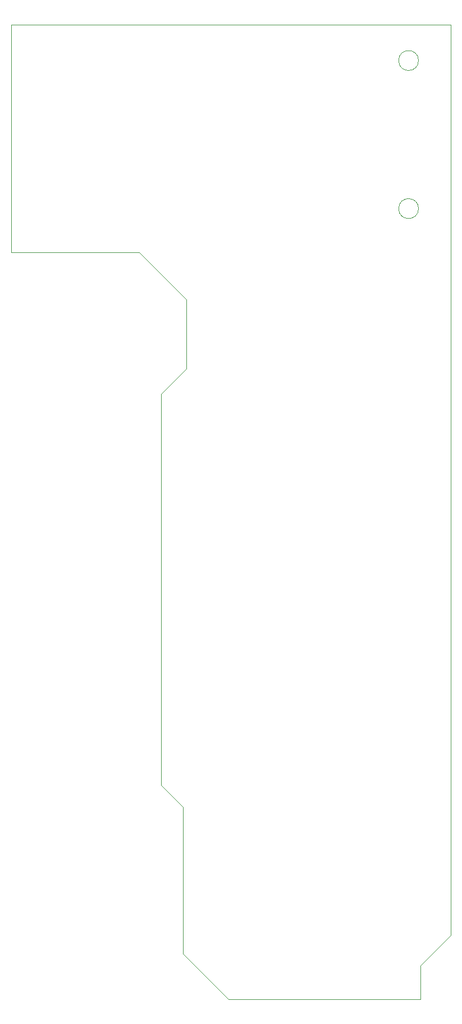
<source format=gbr>
%TF.GenerationSoftware,KiCad,Pcbnew,(7.99.0-200-gad838e3d73)*%
%TF.CreationDate,2024-03-07T11:34:09+07:00*%
%TF.ProjectId,WMS_PCB1,574d535f-5043-4423-912e-6b696361645f,rev?*%
%TF.SameCoordinates,Original*%
%TF.FileFunction,Profile,NP*%
%FSLAX46Y46*%
G04 Gerber Fmt 4.6, Leading zero omitted, Abs format (unit mm)*
G04 Created by KiCad (PCBNEW (7.99.0-200-gad838e3d73)) date 2024-03-07 11:34:09*
%MOMM*%
%LPD*%
G01*
G04 APERTURE LIST*
%TA.AperFunction,Profile*%
%ADD10C,0.100000*%
%TD*%
%TA.AperFunction,Profile*%
%ADD11C,0.050000*%
%TD*%
G04 APERTURE END LIST*
D10*
X38100000Y-145796000D02*
X38100000Y-86868000D01*
X15494000Y-31242000D02*
X16764000Y-31242000D01*
X81788000Y-168402000D02*
X77216000Y-172974000D01*
X38100000Y-86868000D02*
X41910000Y-83058000D01*
X15494000Y-65532000D02*
X15494000Y-31242000D01*
X62738000Y-178054000D02*
X75692000Y-178054000D01*
X81788000Y-31242000D02*
X81788000Y-168402000D01*
X41910000Y-72644000D02*
X34798000Y-65532000D01*
X41910000Y-83058000D02*
X41910000Y-72644000D01*
X75692000Y-178054000D02*
X77216000Y-178054000D01*
X41402000Y-149098000D02*
X38100000Y-145796000D01*
X16764000Y-31242000D02*
X81788000Y-31242000D01*
X48260000Y-178054000D02*
X62738000Y-178054000D01*
X77216000Y-172974000D02*
X77216000Y-178054000D01*
X34798000Y-65532000D02*
X15494000Y-65532000D01*
X48260000Y-178054000D02*
X41402000Y-171196000D01*
X41402000Y-171196000D02*
X41402000Y-149098000D01*
D11*
%TO.C,U1*%
X76905500Y-36634000D02*
G75*
G03*
X76905500Y-36634000I-1500000J0D01*
G01*
X76905500Y-58938000D02*
G75*
G03*
X76905500Y-58938000I-1500000J0D01*
G01*
%TD*%
M02*

</source>
